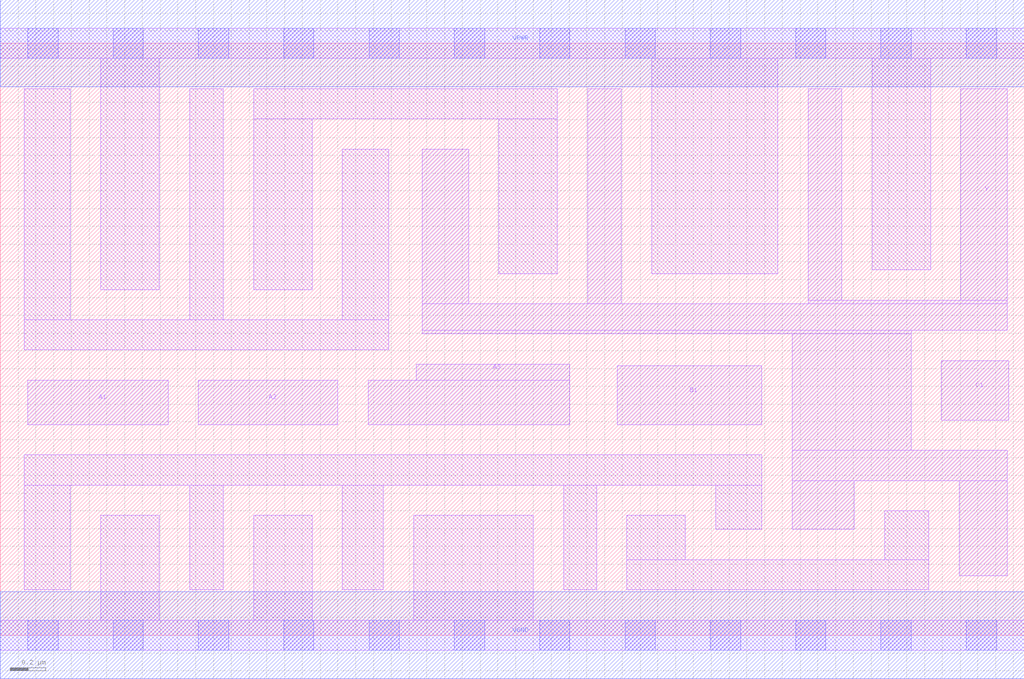
<source format=lef>
# Copyright 2020 The SkyWater PDK Authors
#
# Licensed under the Apache License, Version 2.0 (the "License");
# you may not use this file except in compliance with the License.
# You may obtain a copy of the License at
#
#     https://www.apache.org/licenses/LICENSE-2.0
#
# Unless required by applicable law or agreed to in writing, software
# distributed under the License is distributed on an "AS IS" BASIS,
# WITHOUT WARRANTIES OR CONDITIONS OF ANY KIND, either express or implied.
# See the License for the specific language governing permissions and
# limitations under the License.
#
# SPDX-License-Identifier: Apache-2.0

VERSION 5.7 ;
  NAMESCASESENSITIVE ON ;
  NOWIREEXTENSIONATPIN ON ;
  DIVIDERCHAR "/" ;
  BUSBITCHARS "[]" ;
UNITS
  DATABASE MICRONS 200 ;
END UNITS
MACRO sky130_fd_sc_lp__o311ai_2
  CLASS CORE ;
  SOURCE USER ;
  FOREIGN sky130_fd_sc_lp__o311ai_2 ;
  ORIGIN  0.000000  0.000000 ;
  SIZE  5.760000 BY  3.330000 ;
  SYMMETRY X Y R90 ;
  SITE unit ;
  PIN A1
    ANTENNAGATEAREA  0.630000 ;
    DIRECTION INPUT ;
    USE SIGNAL ;
    PORT
      LAYER li1 ;
        RECT 0.155000 1.185000 0.945000 1.435000 ;
    END
  END A1
  PIN A2
    ANTENNAGATEAREA  0.630000 ;
    DIRECTION INPUT ;
    USE SIGNAL ;
    PORT
      LAYER li1 ;
        RECT 1.115000 1.185000 1.900000 1.435000 ;
    END
  END A2
  PIN A3
    ANTENNAGATEAREA  0.630000 ;
    DIRECTION INPUT ;
    USE SIGNAL ;
    PORT
      LAYER li1 ;
        RECT 2.070000 1.185000 3.205000 1.435000 ;
        RECT 2.340000 1.435000 3.205000 1.525000 ;
    END
  END A3
  PIN B1
    ANTENNAGATEAREA  0.630000 ;
    DIRECTION INPUT ;
    USE SIGNAL ;
    PORT
      LAYER li1 ;
        RECT 3.470000 1.185000 4.285000 1.515000 ;
    END
  END B1
  PIN C1
    ANTENNAGATEAREA  0.630000 ;
    DIRECTION INPUT ;
    USE SIGNAL ;
    PORT
      LAYER li1 ;
        RECT 5.295000 1.210000 5.675000 1.545000 ;
    END
  END C1
  PIN Y
    ANTENNADIFFAREA  1.818600 ;
    DIRECTION OUTPUT ;
    USE SIGNAL ;
    PORT
      LAYER li1 ;
        RECT 2.375000 1.695000 5.125000 1.715000 ;
        RECT 2.375000 1.715000 5.665000 1.865000 ;
        RECT 2.375000 1.865000 2.635000 2.735000 ;
        RECT 3.305000 1.865000 3.495000 3.075000 ;
        RECT 4.455000 0.595000 4.805000 0.870000 ;
        RECT 4.455000 0.870000 5.665000 1.040000 ;
        RECT 4.455000 1.040000 5.125000 1.695000 ;
        RECT 4.545000 1.865000 5.665000 1.885000 ;
        RECT 4.545000 1.885000 4.735000 3.075000 ;
        RECT 5.395000 0.335000 5.665000 0.870000 ;
        RECT 5.405000 1.885000 5.665000 3.075000 ;
    END
  END Y
  PIN VGND
    DIRECTION INOUT ;
    USE GROUND ;
    PORT
      LAYER met1 ;
        RECT 0.000000 -0.245000 5.760000 0.245000 ;
    END
  END VGND
  PIN VPWR
    DIRECTION INOUT ;
    USE POWER ;
    PORT
      LAYER met1 ;
        RECT 0.000000 3.085000 5.760000 3.575000 ;
    END
  END VPWR
  OBS
    LAYER li1 ;
      RECT 0.000000 -0.085000 5.760000 0.085000 ;
      RECT 0.000000  3.245000 5.760000 3.415000 ;
      RECT 0.135000  0.255000 0.395000 0.845000 ;
      RECT 0.135000  0.845000 4.285000 1.015000 ;
      RECT 0.135000  1.605000 2.185000 1.775000 ;
      RECT 0.135000  1.775000 0.395000 3.075000 ;
      RECT 0.565000  0.085000 0.895000 0.675000 ;
      RECT 0.565000  1.945000 0.895000 3.245000 ;
      RECT 1.065000  0.255000 1.255000 0.845000 ;
      RECT 1.065000  1.775000 1.255000 3.075000 ;
      RECT 1.425000  0.085000 1.755000 0.675000 ;
      RECT 1.425000  1.945000 1.755000 2.905000 ;
      RECT 1.425000  2.905000 3.135000 3.075000 ;
      RECT 1.925000  0.255000 2.155000 0.845000 ;
      RECT 1.925000  1.775000 2.185000 2.735000 ;
      RECT 2.325000  0.085000 3.000000 0.675000 ;
      RECT 2.805000  2.035000 3.135000 2.905000 ;
      RECT 3.170000  0.255000 3.355000 0.845000 ;
      RECT 3.525000  0.255000 5.225000 0.425000 ;
      RECT 3.525000  0.425000 3.855000 0.675000 ;
      RECT 3.665000  2.035000 4.375000 3.245000 ;
      RECT 4.025000  0.595000 4.285000 0.845000 ;
      RECT 4.905000  2.055000 5.235000 3.245000 ;
      RECT 4.975000  0.425000 5.225000 0.700000 ;
    LAYER mcon ;
      RECT 0.155000 -0.085000 0.325000 0.085000 ;
      RECT 0.155000  3.245000 0.325000 3.415000 ;
      RECT 0.635000 -0.085000 0.805000 0.085000 ;
      RECT 0.635000  3.245000 0.805000 3.415000 ;
      RECT 1.115000 -0.085000 1.285000 0.085000 ;
      RECT 1.115000  3.245000 1.285000 3.415000 ;
      RECT 1.595000 -0.085000 1.765000 0.085000 ;
      RECT 1.595000  3.245000 1.765000 3.415000 ;
      RECT 2.075000 -0.085000 2.245000 0.085000 ;
      RECT 2.075000  3.245000 2.245000 3.415000 ;
      RECT 2.555000 -0.085000 2.725000 0.085000 ;
      RECT 2.555000  3.245000 2.725000 3.415000 ;
      RECT 3.035000 -0.085000 3.205000 0.085000 ;
      RECT 3.035000  3.245000 3.205000 3.415000 ;
      RECT 3.515000 -0.085000 3.685000 0.085000 ;
      RECT 3.515000  3.245000 3.685000 3.415000 ;
      RECT 3.995000 -0.085000 4.165000 0.085000 ;
      RECT 3.995000  3.245000 4.165000 3.415000 ;
      RECT 4.475000 -0.085000 4.645000 0.085000 ;
      RECT 4.475000  3.245000 4.645000 3.415000 ;
      RECT 4.955000 -0.085000 5.125000 0.085000 ;
      RECT 4.955000  3.245000 5.125000 3.415000 ;
      RECT 5.435000 -0.085000 5.605000 0.085000 ;
      RECT 5.435000  3.245000 5.605000 3.415000 ;
  END
END sky130_fd_sc_lp__o311ai_2

</source>
